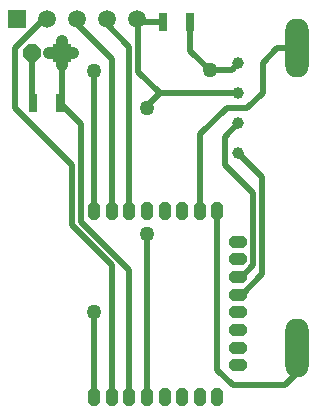
<source format=gbl>
G04*
G04 #@! TF.GenerationSoftware,Altium Limited,Altium NEXUS,1.0.9 (89)*
G04*
G04 Layer_Physical_Order=2*
G04 Layer_Color=16711680*
%FSLAX42Y42*%
%MOMM*%
G71*
G01*
G75*
%ADD12C,1.00*%
%ADD17C,0.50*%
%ADD18P,1.65X8X22.5*%
%ADD19R,1.52X1.52*%
%ADD20C,1.52*%
%ADD21C,1.27*%
%ADD22R,0.75X1.52*%
%ADD23C,1.00*%
G04:AMPARAMS|DCode=24|XSize=1.52mm|YSize=1mm|CornerRadius=0mm|HoleSize=0mm|Usage=FLASHONLY|Rotation=90.000|XOffset=0mm|YOffset=0mm|HoleType=Round|Shape=Octagon|*
%AMOCTAGOND24*
4,1,8,0.25,0.76,-0.25,0.76,-0.50,0.51,-0.50,-0.51,-0.25,-0.76,0.25,-0.76,0.50,-0.51,0.50,0.51,0.25,0.76,0.0*
%
%ADD24OCTAGOND24*%

G04:AMPARAMS|DCode=25|XSize=1.52mm|YSize=1mm|CornerRadius=0mm|HoleSize=0mm|Usage=FLASHONLY|Rotation=0.000|XOffset=0mm|YOffset=0mm|HoleType=Round|Shape=Octagon|*
%AMOCTAGOND25*
4,1,8,0.76,-0.25,0.76,0.25,0.51,0.50,-0.51,0.50,-0.76,0.25,-0.76,-0.25,-0.51,-0.50,0.51,-0.50,0.76,-0.25,0.0*
%
%ADD25OCTAGOND25*%

%ADD26O,2.00X5.00*%
D12*
X7633Y9252D02*
Y9452D01*
X7530Y9350D02*
X7730D01*
D17*
X8268Y9639D02*
X8293Y9614D01*
X8496D01*
X9073Y9207D02*
X9131Y9266D01*
X8890Y9207D02*
X9073D01*
X8725Y9373D02*
X8890Y9207D01*
X8725Y9373D02*
Y9614D01*
X9626Y6642D02*
Y6858D01*
X9525Y6540D02*
X9626Y6642D01*
X9081Y6540D02*
X9525D01*
X8953Y6668D02*
X9081Y6540D01*
X8357Y8905D02*
X8464Y9012D01*
X8357Y8890D02*
Y8905D01*
X8354Y6442D02*
Y7821D01*
X8357Y7823D01*
X8354Y6442D02*
X8357Y6439D01*
X7909D02*
Y7160D01*
X7494Y9601D02*
X7506D01*
X7482Y9639D02*
X7506D01*
X7239Y9396D02*
X7482Y9639D01*
X7239Y8890D02*
Y9396D01*
X7379Y8941D02*
Y9300D01*
X8207Y6439D02*
Y7515D01*
X7798Y7925D02*
X8207Y7515D01*
X7798Y7925D02*
Y8750D01*
X7722Y7894D02*
Y8407D01*
Y7894D02*
X8058Y7558D01*
X7909Y8014D02*
Y9204D01*
X7239Y8890D02*
X7722Y8407D01*
X8058Y6439D02*
Y7558D01*
X7620Y8928D02*
X7798Y8750D01*
X9461Y9398D02*
X9627D01*
X9335Y9271D02*
X9461Y9398D01*
X9335Y9017D02*
Y9271D01*
X9207Y8890D02*
X9335Y9017D01*
X9030Y8890D02*
X9207D01*
X8804Y8664D02*
X9030Y8890D01*
X8804Y8014D02*
Y8664D01*
X8953Y6668D02*
Y8014D01*
X9131Y7307D02*
X9161D01*
X9334Y7479D01*
Y8301D01*
X9131Y8504D02*
X9334Y8301D01*
X9131Y7456D02*
X9158D01*
X9258Y7557D01*
Y8166D01*
X9017Y8407D02*
X9258Y8166D01*
X9017Y8407D02*
Y8643D01*
X9131Y8758D01*
X8464Y9012D02*
X9131D01*
X8283Y9192D02*
X8464Y9012D01*
X8283Y9192D02*
Y9586D01*
X8268Y9601D02*
X8283Y9586D01*
X8207Y8014D02*
Y9407D01*
X8014Y9601D02*
X8207Y9407D01*
X8058Y8014D02*
Y9303D01*
X7760Y9601D02*
X8058Y9303D01*
X7633Y9202D02*
Y9300D01*
Y8941D02*
Y9202D01*
X7620Y8928D02*
X7633Y8941D01*
X7379D02*
X7391Y8928D01*
D18*
X7379Y9350D02*
D03*
D19*
X7633D02*
D03*
X7252Y9639D02*
D03*
D20*
X8268D02*
D03*
X8014D02*
D03*
X7760D02*
D03*
X7506D02*
D03*
D21*
X8357Y8890D02*
D03*
X7909Y7160D02*
D03*
X8357Y7823D02*
D03*
X7909Y9204D02*
D03*
X8890Y9207D02*
D03*
D22*
X8725Y9614D02*
D03*
X8496D02*
D03*
X7391Y8928D02*
D03*
X7620D02*
D03*
D23*
X9131Y9266D02*
D03*
Y9012D02*
D03*
Y8758D02*
D03*
Y8504D02*
D03*
D24*
X8953Y6439D02*
D03*
X8804D02*
D03*
X8953Y8014D02*
D03*
X8655Y6439D02*
D03*
X8506D02*
D03*
X8357D02*
D03*
X8207D02*
D03*
X8058D02*
D03*
X7909D02*
D03*
Y8014D02*
D03*
X8058D02*
D03*
X8207D02*
D03*
X8357D02*
D03*
X8506D02*
D03*
X8655D02*
D03*
X8804D02*
D03*
D25*
X9131Y6710D02*
D03*
Y7754D02*
D03*
Y7605D02*
D03*
Y7456D02*
D03*
Y7307D02*
D03*
Y7158D02*
D03*
Y7008D02*
D03*
Y6859D02*
D03*
D26*
X9627Y9398D02*
D03*
Y6858D02*
D03*
M02*

</source>
